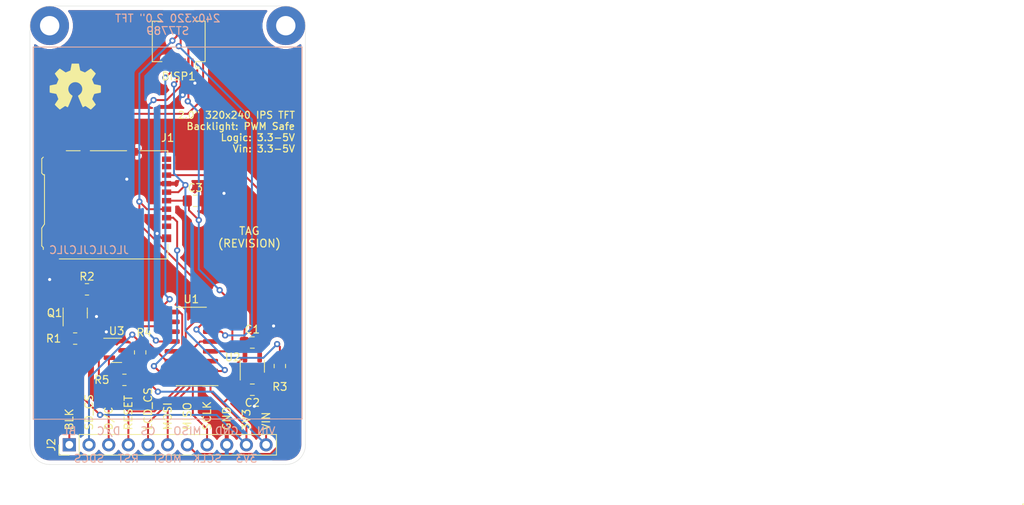
<source format=kicad_pcb>
(kicad_pcb (version 20211014) (generator pcbnew)
  (layers (0 "F.Cu" signal) (31 "B.Cu" signal) (34 "B.Paste" user) (35 "F.Paste" user) (36 "B.SilkS" user "B.Silkscreen") (37 "F.SilkS" user "F.Silkscreen") (38 "B.Mask" user) (39 "F.Mask" user) (44 "Edge.Cuts" user))
  (property "DATE" "YYYY-MM-DD HH:MM:SS")
  (property "REVISION" "REVISION")
  (property "TAG" "TAG")
  (net 0 "")
  (net 1 "Net-(DISP1-Pad2)")
  (net 2 "GND")
  (net 3 "MOSI_3V")
  (net 4 "+3V3")
  (net 5 "RESET_3V")
  (net 6 "SCLK_3V")
  (net 7 "DC_3V")
  (net 12 "Net-(Q1-Pad3)")
  (net 13 "BACKLIGHT")
  (net 14 "VCC")
  (net 15 "LCDCS_3V")
  (net 16 "MISO")
  (net 17 "SDCS_3V")
  (net 18 "SDCS")
  (net 19 "DC")
  (net 20 "RESET")
  (net 21 "LCDCS")
  (net 22 "MOSI")
  (net 23 "SCLK")
  (footprint "Connector_Molex:Molex_SlimStack_54722-0164_2x08_P0.50mm_Vertical" (layer "F.Cu") (at 19.2 4.572 180)
    (fp_text reference "DISP1" (at 0 -4.5) (layer "F.SilkS"))
    (fp_text value "STP240320_0200B")
    (pad "1" smd rect (at -1.75 -2.75 180) (size 0.3 1.1) (layers "F.Cu" "F.Paste" "F.Mask") (net 2 "GND"))
    (pad "2" smd rect (at -1.75 2.75 180) (size 0.3 1.1) (layers "F.Cu" "F.Paste" "F.Mask") (net 1 "Net-(DISP1-Pad2)"))
    (pad "3" smd rect (at -1.25 -2.75 180) (size 0.3 1.1) (layers "F.Cu" "F.Paste" "F.Mask") (net 4 "+3V3"))
    (pad "4" smd rect (at -1.25 2.75 180) (size 0.3 1.1) (layers "F.Cu" "F.Paste" "F.Mask") (net 4 "+3V3"))
    (pad "5" smd rect (at -0.75 -2.75 180) (size 0.3 1.1) (layers "F.Cu" "F.Paste" "F.Mask") (net 2 "GND"))
    (pad "6" smd rect (at -0.75 2.75 180) (size 0.3 1.1) (layers "F.Cu" "F.Paste" "F.Mask") (net 2 "GND"))
    (pad "7" smd rect (at -0.25 -2.75 180) (size 0.3 1.1) (layers "F.Cu" "F.Paste" "F.Mask") (net 7 "DC_3V"))
    (pad "8" smd rect (at -0.25 2.75 180) (size 0.3 1.1) (layers "F.Cu" "F.Paste" "F.Mask") (net 15 "LCDCS_3V"))
    (pad "9" smd rect (at 0.25 -2.75 180) (size 0.3 1.1) (layers "F.Cu" "F.Paste" "F.Mask") (net 6 "SCLK_3V"))
    (pad "10" smd rect (at 0.25 2.75 180) (size 0.3 1.1) (layers "F.Cu" "F.Paste" "F.Mask") (net 3 "MOSI_3V"))
    (pad "11" smd rect (at 0.75 -2.75 180) (size 0.3 1.1) (layers "F.Cu" "F.Paste" "F.Mask") (net 5 "RESET_3V"))
    (pad "12" smd rect (at 0.75 2.75 180) (size 0.3 1.1) (layers "F.Cu" "F.Paste" "F.Mask") (net 2 "GND"))
    (pad "13" smd rect (at 1.25 -2.75 180) (size 0.3 1.1) (layers "F.Cu" "F.Paste" "F.Mask"))
    (pad "14" smd rect (at 1.25 2.75 180) (size 0.3 1.1) (layers "F.Cu" "F.Paste" "F.Mask"))
    (pad "15" smd rect (at 1.75 -2.75 180) (size 0.3 1.1) (layers "F.Cu" "F.Paste" "F.Mask"))
    (pad "16" smd rect (at 1.75 2.75 180) (size 0.3 1.1) (layers "F.Cu" "F.Paste" "F.Mask"))
  )
  (footprint "Package_TO_SOT_SMD:SOT-23" (layer "F.Cu") (at 5.842 39.624 90)
    (fp_text reference "Q1" (at 0 -2.667 180) (layer "F.SilkS"))
    (fp_text value "BSS138")
    (pad "1" smd roundrect (at -0.9375 -0.95 90) (size 1.475 0.6) (layers "F.Cu" "F.Paste" "F.Mask") (net 13 "BACKLIGHT"))
    (pad "2" smd roundrect (at -0.9375 0.95 90) (size 1.475 0.6) (layers "F.Cu" "F.Paste" "F.Mask") (net 2 "GND"))
    (pad "3" smd roundrect (at 0.9375 0 90) (size 1.475 0.6) (layers "F.Cu" "F.Paste" "F.Mask") (net 12 "Net-(Q1-Pad3)"))
  )
  (footprint "Package_SO:SOIC-16_3.9x9.9mm_P1.27mm" (layer "F.Cu") (at 20.828 43.942 180)
    (fp_text reference "U1" (at 0 6.096) (layer "F.SilkS"))
    (fp_text value "74HC4050D")
    (pad "1" smd roundrect (at -2.475 -4.445 180) (size 1.95 0.6) (layers "F.Cu" "F.Paste" "F.Mask") (net 4 "+3V3"))
    (pad "2" smd roundrect (at -2.475 -3.175 180) (size 1.95 0.6) (layers "F.Cu" "F.Paste" "F.Mask") (net 6 "SCLK_3V"))
    (pad "3" smd roundrect (at -2.475 -1.905 180) (size 1.95 0.6) (layers "F.Cu" "F.Paste" "F.Mask") (net 23 "SCLK"))
    (pad "4" smd roundrect (at -2.475 -0.635 180) (size 1.95 0.6) (layers "F.Cu" "F.Paste" "F.Mask") (net 3 "MOSI_3V"))
    (pad "5" smd roundrect (at -2.475 0.635 180) (size 1.95 0.6) (layers "F.Cu" "F.Paste" "F.Mask") (net 22 "MOSI"))
    (pad "6" smd roundrect (at -2.475 1.905 180) (size 1.95 0.6) (layers "F.Cu" "F.Paste" "F.Mask") (net 15 "LCDCS_3V"))
    (pad "7" smd roundrect (at -2.475 3.175 180) (size 1.95 0.6) (layers "F.Cu" "F.Paste" "F.Mask") (net 21 "LCDCS"))
    (pad "8" smd roundrect (at -2.475 4.445 180) (size 1.95 0.6) (layers "F.Cu" "F.Paste" "F.Mask") (net 2 "GND"))
    (pad "9" smd roundrect (at 2.475 4.445 180) (size 1.95 0.6) (layers "F.Cu" "F.Paste" "F.Mask") (net 20 "RESET"))
    (pad "10" smd roundrect (at 2.475 3.175 180) (size 1.95 0.6) (layers "F.Cu" "F.Paste" "F.Mask") (net 5 "RESET_3V"))
    (pad "11" smd roundrect (at 2.475 1.905 180) (size 1.95 0.6) (layers "F.Cu" "F.Paste" "F.Mask") (net 19 "DC"))
    (pad "12" smd roundrect (at 2.475 0.635 180) (size 1.95 0.6) (layers "F.Cu" "F.Paste" "F.Mask") (net 7 "DC_3V"))
    (pad "13" smd roundrect (at 2.475 -0.635 180) (size 1.95 0.6) (layers "F.Cu" "F.Paste" "F.Mask"))
    (pad "14" smd roundrect (at 2.475 -1.905 180) (size 1.95 0.6) (layers "F.Cu" "F.Paste" "F.Mask") (net 18 "SDCS"))
    (pad "15" smd roundrect (at 2.475 -3.175 180) (size 1.95 0.6) (layers "F.Cu" "F.Paste" "F.Mask") (net 17 "SDCS_3V"))
    (pad "16" smd roundrect (at 2.475 -4.445 180) (size 1.95 0.6) (layers "F.Cu" "F.Paste" "F.Mask"))
  )
  (footprint "Capacitor_SMD:C_0805_2012Metric_Pad1.18x1.45mm_HandSolder" (layer "F.Cu") (at 28.702 43.434)
    (fp_text reference "C1" (at 0 -1.68) (layer "F.SilkS"))
    (fp_text value "10u")
    (pad "1" smd roundrect (at -1.0375 0) (size 1.175 1.45) (layers "F.Cu" "F.Paste" "F.Mask") (roundrect_rratio 0.212766) (net 4 "+3V3"))
    (pad "2" smd roundrect (at 1.0375 0) (size 1.175 1.45) (layers "F.Cu" "F.Paste" "F.Mask") (roundrect_rratio 0.212766) (net 2 "GND"))
  )
  (footprint "Capacitor_SMD:C_0805_2012Metric_Pad1.18x1.45mm_HandSolder" (layer "F.Cu") (at 28.702 49.53 180)
    (fp_text reference "C2" (at 0 -1.68 180) (layer "F.SilkS"))
    (fp_text value "10u")
    (pad "1" smd roundrect (at -1.0375 0 180) (size 1.175 1.45) (layers "F.Cu" "F.Paste" "F.Mask") (roundrect_rratio 0.212766) (net 14 "VCC"))
    (pad "2" smd roundrect (at 1.0375 0 180) (size 1.175 1.45) (layers "F.Cu" "F.Paste" "F.Mask") (roundrect_rratio 0.212766) (net 2 "GND"))
  )
  (footprint "Capacitor_SMD:C_0805_2012Metric_Pad1.18x1.45mm_HandSolder" (layer "F.Cu") (at 21.345 25.146)
    (fp_text reference "C3" (at 0 -1.68) (layer "F.SilkS"))
    (fp_text value "10u")
    (pad "1" smd roundrect (at -1.0375 0) (size 1.175 1.45) (layers "F.Cu" "F.Paste" "F.Mask") (roundrect_rratio 0.212766) (net 4 "+3V3"))
    (pad "2" smd roundrect (at 1.0375 0) (size 1.175 1.45) (layers "F.Cu" "F.Paste" "F.Mask") (roundrect_rratio 0.212766) (net 2 "GND"))
  )
  (footprint "Resistor_SMD:R_0805_2012Metric_Pad1.20x1.40mm_HandSolder" (layer "F.Cu") (at 7.357 36.576 180)
    (fp_text reference "R2" (at 0 1.651 180) (layer "F.SilkS"))
    (fp_text value "10R")
    (pad "1" smd roundrect (at -1 0 180) (size 1.2 1.4) (layers "F.Cu" "F.Paste" "F.Mask") (roundrect_rratio 0.208333) (net 1 "Net-(DISP1-Pad2)"))
    (pad "2" smd roundrect (at 1 0 180) (size 1.2 1.4) (layers "F.Cu" "F.Paste" "F.Mask") (roundrect_rratio 0.208333) (net 12 "Net-(Q1-Pad3)"))
  )
  (footprint "Resistor_SMD:R_0805_2012Metric_Pad1.20x1.40mm_HandSolder" (layer "F.Cu") (at 32.258 46.473 -90)
    (fp_text reference "R3" (at 2.676 0) (layer "F.SilkS"))
    (fp_text value "10k")
    (pad "1" smd roundrect (at -1 0 270) (size 1.2 1.4) (layers "F.Cu" "F.Paste" "F.Mask") (roundrect_rratio 0.208333) (net 21 "LCDCS"))
    (pad "2" smd roundrect (at 1 0 270) (size 1.2 1.4) (layers "F.Cu" "F.Paste" "F.Mask") (roundrect_rratio 0.208333) (net 14 "VCC"))
  )
  (footprint "Resistor_SMD:R_0805_2012Metric_Pad1.20x1.40mm_HandSolder" (layer "F.Cu") (at 12.192 48.26)
    (fp_text reference "R5" (at -2.921 0) (layer "F.SilkS"))
    (fp_text value "10k")
    (pad "1" smd roundrect (at -1 0) (size 1.2 1.4) (layers "F.Cu" "F.Paste" "F.Mask") (roundrect_rratio 0.208333) (net 20 "RESET"))
    (pad "2" smd roundrect (at 1 0) (size 1.2 1.4) (layers "F.Cu" "F.Paste" "F.Mask") (roundrect_rratio 0.208333) (net 14 "VCC"))
  )
  (footprint "Package_TO_SOT_SMD:SOT-23" (layer "F.Cu") (at 11.192 44.45)
    (fp_text reference "U3" (at 0 -2.5) (layer "F.SilkS"))
    (fp_text value "LM809M3X-2.93")
    (pad "1" smd roundrect (at -0.9375 -0.95) (size 1.475 0.6) (layers "F.Cu" "F.Paste" "F.Mask") (net 2 "GND"))
    (pad "2" smd roundrect (at -0.9375 0.95) (size 1.475 0.6) (layers "F.Cu" "F.Paste" "F.Mask") (net 20 "RESET"))
    (pad "3" smd roundrect (at 0.9375 0) (size 1.475 0.6) (layers "F.Cu" "F.Paste" "F.Mask") (net 14 "VCC"))
  )
  (footprint "MountingHole:MountingHole_2.5mm_Pad" (layer "F.Cu") (at 2.54 2.54)
    (fp_text reference "H1" hide)
    (fp_text value "MountingHole" hide)
    (pad "1" thru_hole circle (at 0 0) (size 5 5) (drill 2.5) (layers *.Cu *.Mask))
  )
  (footprint "MountingHole:MountingHole_2.5mm_Pad" (layer "F.Cu") (at 33.02 2.54)
    (fp_text reference "H2" hide)
    (fp_text value "MountingHole" hide)
    (pad "1" thru_hole circle (at 0 0) (size 5 5) (drill 2.5) (layers *.Cu *.Mask))
  )
  (footprint "Connector_PinHeader_2.54mm:PinHeader_1x11_P2.54mm_Vertical" (layer "F.Cu") (at 5.08 56.642 90)
    (fp_text reference "J2" (at 0 -2.33 90) (layer "F.SilkS"))
    (fp_text value "Conn_01x11")
    (pad "1" thru_hole rect (at 0 0 90) (size 1.7 1.7) (drill 1) (layers *.Cu *.Mask) (net 13 "BACKLIGHT"))
    (pad "2" thru_hole oval (at 0 2.54 90) (size 1.7 1.7) (drill 1) (layers *.Cu *.Mask) (net 18 "SDCS"))
    (pad "3" thru_hole oval (at 0 5.08 90) (size 1.7 1.7) (drill 1) (layers *.Cu *.Mask) (net 19 "DC"))
    (pad "4" thru_hole oval (at 0 7.62 90) (size 1.7 1.7) (drill 1) (layers *.Cu *.Mask) (net 20 "RESET"))
    (pad "5" thru_hole oval (at 0 10.16 90) (size 1.7 1.7) (drill 1) (layers *.Cu *.Mask) (net 21 "LCDCS"))
    (pad "6" thru_hole oval (at 0 12.7 90) (size 1.7 1.7) (drill 1) (layers *.Cu *.Mask) (net 22 "MOSI"))
    (pad "7" thru_hole oval (at 0 15.24 90) (size 1.7 1.7) (drill 1) (layers *.Cu *.Mask) (net 16 "MISO"))
    (pad "8" thru_hole oval (at 0 17.78 90) (size 1.7 1.7) (drill 1) (layers *.Cu *.Mask) (net 23 "SCLK"))
    (pad "9" thru_hole oval (at 0 20.32 90) (size 1.7 1.7) (drill 1) (layers *.Cu *.Mask) (net 2 "GND"))
    (pad "10" thru_hole oval (at 0 22.86 90) (size 1.7 1.7) (drill 1) (layers *.Cu *.Mask) (net 4 "+3V3"))
    (pad "11" thru_hole oval (at 0 25.4 90) (size 1.7 1.7) (drill 1) (layers *.Cu *.Mask) (net 14 "VCC"))
  )
  (footprint "Connector_Card:microSD_HC_Hirose_DM3AT-SF-PEJM5" (layer "F.Cu") (at 9.906 25.654 -90)
    (fp_text reference "J1" (at -8.636 -7.874 180) (layer "F.SilkS"))
    (fp_text value "Micro_SD_Card_Det_Hirose_DM3AT")
    (pad "1" smd rect (at 2.775 -7.725 270) (size 0.7 1.2) (layers "F.Cu" "F.Paste" "F.Mask"))
    (pad "2" smd rect (at 1.675 -7.725 270) (size 0.7 1.2) (layers "F.Cu" "F.Paste" "F.Mask") (net 17 "SDCS_3V"))
    (pad "3" smd rect (at 0.575 -7.725 270) (size 0.7 1.2) (layers "F.Cu" "F.Paste" "F.Mask") (net 3 "MOSI_3V"))
    (pad "4" smd rect (at -0.525 -7.725 270) (size 0.7 1.2) (layers "F.Cu" "F.Paste" "F.Mask") (net 4 "+3V3"))
    (pad "5" smd rect (at -1.625 -7.725 270) (size 0.7 1.2) (layers "F.Cu" "F.Paste" "F.Mask") (net 6 "SCLK_3V"))
    (pad "6" smd rect (at -2.725 -7.725 270) (size 0.7 1.2) (layers "F.Cu" "F.Paste" "F.Mask") (net 2 "GND"))
    (pad "7" smd rect (at -3.825 -7.725 270) (size 0.7 1.2) (layers "F.Cu" "F.Paste" "F.Mask") (net 16 "MISO"))
    (pad "8" smd rect (at -4.925 -7.725 270) (size 0.7 1.2) (layers "F.Cu" "F.Paste" "F.Mask"))
    (pad "9" smd rect (at -5.875 -7.725 270) (size 0.7 1.2) (layers "F.Cu" "F.Paste" "F.Mask"))
    (pad "10" smd rect (at -6.825 2.775 270) (size 1 0.8) (layers "F.Cu" "F.Paste" "F.Mask"))
    (pad "11" smd rect (at 6.675 7.375 270) (size 1.3 1.9) (layers "F.Cu" "F.Paste" "F.Mask") (net 2 "GND"))
    (pad "11" smd rect (at -6.825 6.925 270) (size 1 2.8) (layers "F.Cu" "F.Paste" "F.Mask") (net 2 "GND"))
    (pad "11" smd rect (at -6.825 -3.425 270) (size 1 1.2) (layers "F.Cu" "F.Paste" "F.Mask") (net 2 "GND"))
    (pad "11" smd rect (at 4.325 -7.725 270) (size 1 1.2) (layers "F.Cu" "F.Paste" "F.Mask") (net 2 "GND"))
    (zone (net 0) (net_name "") (layer "F.Cu") (connect_pads (clearance 0)) (min_thickness 0.254)
      (keepout (tracks not_allowed) (vias not_allowed) (pads not_allowed) (copperpour not_allowed) (footprints not_allowed))
      (fill (thermal_gap 0.508) (thermal_bridge_width 0.508))
      (polygon (pts (xy 13.931 19.179) (xy 13.931 18.429) (xy 17.181 18.429) (xy 17.181 19.179)))
    )
    (zone (net 0) (net_name "") (layer "F.Cu") (connect_pads (clearance 0)) (min_thickness 0.254)
      (keepout (tracks not_allowed) (vias not_allowed) (pads not_allowed) (copperpour not_allowed) (footprints not_allowed))
      (fill (thermal_gap 0.508) (thermal_bridge_width 0.508))
      (polygon (pts (xy 11.331 19.529) (xy 11.331 20.229) (xy 3.731 20.229) (xy 3.731 19.529)))
    )
    (zone (net 0) (net_name "") (layer "F.Cu") (connect_pads (clearance 0)) (min_thickness 0.254)
      (keepout (tracks not_allowed) (vias not_allowed) (pads not_allowed) (copperpour not_allowed) (footprints not_allowed))
      (fill (thermal_gap 0.508) (thermal_bridge_width 0.508))
      (polygon (pts (xy 2.931 28.579) (xy 2.931 31.129) (xy 1.581 31.129) (xy 1.581 28.579)))
    )
    (zone (net 0) (net_name "") (layer "F.Cu") (connect_pads (clearance 0)) (min_thickness 0.254)
      (keepout (tracks not_allowed) (vias not_allowed) (pads not_allowed) (copperpour not_allowed) (footprints not_allowed))
      (fill (thermal_gap 0.508) (thermal_bridge_width 0.508))
      (polygon (pts (xy 9.131 19.179) (xy 9.131 18.429) (xy 12.731 18.429) (xy 12.731 19.179)))
    )
    (zone (net 0) (net_name "") (layer "F.Cu") (connect_pads (clearance 0)) (min_thickness 0.254)
      (keepout (tracks not_allowed) (vias not_allowed) (pads not_allowed) (copperpour not_allowed) (footprints not_allowed))
      (fill (thermal_gap 0.508) (thermal_bridge_width 0.508))
      (polygon (pts (xy 11.031 28.929) (xy 11.031 20.229) (xy 12.631 20.229) (xy 12.631 28.929)))
    )
  )
  (footprint "Package_TO_SOT_SMD:SOT-23-5" (layer "F.Cu") (at 28.702 46.482 90)
    (fp_text reference "U2" (at 1.143 -2.54 180) (layer "F.SilkS"))
    (fp_text value "AP2112K-3.3")
    (pad "1" smd roundrect (at -1.1375 -0.95 90) (size 1.325 0.6) (layers "F.Cu" "F.Paste" "F.Mask") (net 14 "VCC"))
    (pad "2" smd roundrect (at -1.1375 0 90) (size 1.325 0.6) (layers "F.Cu" "F.Paste" "F.Mask") (net 2 "GND"))
    (pad "3" smd roundrect (at -1.1375 0.95 90) (size 1.325 0.6) (layers "F.Cu" "F.Paste" "F.Mask") (net 14 "VCC"))
    (pad "4" smd roundrect (at 1.1375 0.95 90) (size 1.325 0.6) (layers "F.Cu" "F.Paste" "F.Mask"))
    (pad "5" smd roundrect (at 1.1375 -0.95 90) (size 1.325 0.6) (layers "F.Cu" "F.Paste" "F.Mask") (net 4 "+3V3"))
  )
  (footprint "Resistor_SMD:R_0805_2012Metric_Pad1.20x1.40mm_HandSolder" (layer "F.Cu") (at 5.833 42.926)
    (fp_text reference "R1" (at -2.785 0) (layer "F.SilkS"))
    (fp_text value "10k")
    (pad "1" smd roundrect (at -1 0) (size 1.2 1.4) (layers "F.Cu" "F.Paste" "F.Mask") (roundrect_rratio 0.208333) (net 13 "BACKLIGHT"))
    (pad "2" smd roundrect (at 1 0) (size 1.2 1.4) (layers "F.Cu" "F.Paste" "F.Mask") (roundrect_rratio 0.208333) (net 4 "+3V3"))
  )
  (footprint "Resistor_SMD:R_0805_2012Metric_Pad1.20x1.40mm_HandSolder" (layer "F.Cu") (at 14.224 44.713 -90)
    (fp_text reference "R4" (at -2.549 -0.508) (layer "F.SilkS"))
    (fp_text value "10k")
    (pad "1" smd roundrect (at -1 0 270) (size 1.2 1.4) (layers "F.Cu" "F.Paste" "F.Mask") (roundrect_rratio 0.208333) (net 18 "SDCS"))
    (pad "2" smd roundrect (at 1 0 270) (size 1.2 1.4) (layers "F.Cu" "F.Paste" "F.Mask") (roundrect_rratio 0.208333) (net 14 "VCC"))
  )
  (footprint "Symbol:OSHW-Symbol_6.7x6mm_SilkScreen" (layer "F.Cu") (at 5.842 10.414)
    (fp_text reference "LOGO1" hide)
    (fp_text value "Logo_Open_Hardware_Small" hide)
  )
  (gr_line (start 0.42 53.34) (end 0.42 5.3) (layer "B.SilkS") (width 0.12))
  (gr_line (start 35.14 5.3) (end 35.14 53.3) (layer "B.SilkS") (width 0.12))
  (gr_line (start 35.14 53.3) (end 0.42 53.34) (layer "B.SilkS") (width 0.12))
  (gr_line (start 0.42 5.3) (end 35.14 5.3) (layer "B.SilkS") (width 0.12))
  (gr_circle (center 128.2065 64.3255) (end 128.2065 64.389) (layer "F.SilkS") (width 0.12) (fill none))
  (gr_circle (center 21.6916 7.9756) (end 21.844 7.9756) (layer "F.SilkS") (width 0.12) (fill none))
  (gr_line (start 0 56.642) (end 0 2.54) (layer "Edge.Cuts") (width 0.05))
  (gr_line (start 35.56 2.54) (end 35.56 56.642) (layer "Edge.Cuts") (width 0.05))
  (gr_line (start 2.54 0) (end 33.02 0) (layer "Edge.Cuts") (width 0.05))
  (gr_line (start 33.02 59.182) (end 2.54 59.182) (layer "Edge.Cuts") (width 0.05))
  (gr_arc (start 2.54 59.182) (mid 0.743949 58.438051) (end 0 56.642) (layer "Edge.Cuts") (width 0.05))
  (gr_arc (start 0 2.54) (mid 0.743949 0.743949) (end 2.54 0) (layer "Edge.Cuts") (width 0.05))
  (gr_arc (start 35.56 56.642) (mid 34.816051 58.438051) (end 33.02 59.182) (layer "Edge.Cuts") (width 0.05))
  (gr_arc (start 33.02 0) (mid 34.816051 0.743949) (end 35.56 2.54) (layer "Edge.Cuts") (width 0.05))
  (gr_text "BL" (at 5.08 54.864) (layer "B.SilkS") (effects (font (size 1 1)) (justify mirror)))
  (gr_text "MISO" (at 20.32 54.864) (layer "B.SilkS") (effects (font (size 1 1)) (justify mirror)))
  (gr_text "SCLK" (at 22.86 58.42) (layer "B.SilkS") (effects (font (size 1 1)) (justify mirror)))
  (gr_text "GND" (at 25.4 54.864) (layer "B.SilkS") (effects (font (size 1 1)) (justify mirror)))
  (gr_text "SDCS" (at 7.62 58.42) (layer "B.SilkS") (effects (font (size 1 1)) (justify mirror)))
  (gr_text "JLCJLCJLCJLC" (at 7.62 31.496) (layer "B.SilkS") (effects (font (size 1 1)) (justify mirror)))
  (gr_text "RST" (at 12.7 58.42) (layer "B.SilkS") (effects (font (size 1 1)) (justify mirror)))
  (gr_text "3V3" (at 27.94 58.42) (layer "B.SilkS") (effects (font (size 1 1)) (justify mirror)))
  (gr_text "MOSI" (at 17.78 58.42) (layer "B.SilkS") (effects (font (size 1 1)) (justify mirror)))
  (gr_text "VIN" (at 30.48 54.864) (layer "B.SilkS") (effects (font (size 1 1)) (justify mirror)))
  (gr_text "CS" (at 15.24 54.864) (layer "B.SilkS") (effects (font (size 1 1)) (justify mirror)))
  (gr_text "240x320 2.0\" TFT\nST7789\n" (at 17.78 2.4) (layer "B.SilkS") (effects (font (size 1 1)) (justify mirror)))
  (gr_text "D/C" (at 10.16 54.864) (layer "B.SilkS") (effects (font (size 1 1)) (justify mirror)))
  (gr_text "SD_CS" (at 7.62 54.864 90) (layer "F.SilkS") (effects (font (size 1 1)) (justify left)))
  (gr_text "D/C" (at 10.16 54.864 90) (layer "F.SilkS") (effects (font (size 1 1)) (justify left)))
  (gr_text "RESET" (at 12.7 54.864 90) (layer "F.SilkS") (effects (font (size 1 1)) (justify left)))
  (gr_text "LCD_CS" (at 15.24 54.864 90) (layer "F.SilkS") (effects (font (size 1 1)) (justify left)))
  (gr_text "MOSI" (at 17.78 54.864 90) (layer "F.SilkS") (effects (font (size 1 1)) (justify left)))
  (gr_text "MISO" (at 20.32 54.864 90) (layer "F.SilkS") (effects (font (size 1 1)) (justify left)))
  (gr_text "SCLK" (at 22.86 54.864 90) (layer "F.SilkS") (effects (font (size 1 1)) (justify left)))
  (gr_text "GND" (at 25.4 54.864 90) (layer "F.SilkS") (effects (font (size 1 1)) (justify left)))
  (gr_text "3V3" (at 27.94 54.864 90) (layer "F.SilkS") (effects (font (size 1 1)) (justify left)))
  (gr_text "VIN" (at 30.48 54.864 90) (layer "F.SilkS") (effects (font (size 1 1)) (justify left)))
  (gr_text "2.0\" 320x240 IPS TFT\nBacklight: PWM Safe\nLogic: 3.3-5V\nVin: 3.3-5V" (at 34.29 16.256) (layer "F.SilkS") (effects (font (size 0.9 0.9)) (justify right)))
  (gr_text "BLK" (at 5.08 54.864 90) (layer "F.SilkS") (effects (font (size 1 1)) (justify left)))
  (gr_text "${TAG}\n(${REVISION})" (at 28.321 29.845) (layer "F.SilkS") (effects (font (size 1 1))))
  (segment (start 20.95 4.0844) (end 20.95 1.822) (width 0.25) (layer "F.Cu") (net 1))
  (segment (start 13.100198 13.9192) (end 20.3708 13.9192) (width 0.25) (layer "F.Cu") (net 1))
  (segment (start 20.3708 13.9192) (end 22.352 11.938) (width 0.25) (layer "F.Cu") (net 1))
  (segment (start 8.382 36.576) (end 8.382 18.637398) (width 0.25) (layer "F.Cu") (net 1))
  (segment (start 8.382 18.637398) (end 13.100198 13.9192) (width 0.25) (layer "F.Cu") (net 1))
  (segment (start 22.352 5.4864) (end 20.95 4.0844) (width 0.25) (layer "F.Cu") (net 1))
  (segment (start 22.352 11.938) (end 22.352 5.4864) (width 0.25) (layer "F.Cu") (net 1))
  (segment (start 17.025 29.979) (end 16.4084 29.3624) (width 0.25) (layer "F.Cu") (net 2))
  (segment (start 10.192 43.5) (end 10.192 42.3992) (width 0.25) (layer "F.Cu") (net 2))
  (segment (start 24.0792 25.146) (end 25.0444 24.1808) (width 0.25) (layer "F.Cu") (net 2))
  (segment (start 10.192 42.3992) (end 9.8552 42.0624) (width 0.25) (layer "F.Cu") (net 2))
  (segment (start 8.0424 40.624) (end 8.5852 40.0812) (width 0.25) (layer "F.Cu") (net 2))
  (segment (start 28.702 47.582) (end 28.702 48.505) (width 0.25) (layer "F.Cu") (net 2))
  (segment (start 19.860001 0.946999) (end 18.539999 0.946999) (width 0.25) (layer "F.Cu") (net 2))
  (segment (start 27.677 50.3846) (end 28.956 51.6636) (width 0.25) (layer "F.Cu") (net 2))
  (segment (start 18.539999 0.946999) (end 18.45 1.036998) (width 0.25) (layer "F.Cu") (net 2))
  (segment (start 20.95 7.322) (end 20.95 9.6216) (width 0.25) (layer "F.Cu") (net 2))
  (segment (start 29.727 43.0186) (end 31.4452 41.3004) (width 0.25) (layer "F.Cu") (net 2))
  (segment (start 17.631 29.979) (end 17.025 29.979) (width 0.25) (layer "F.Cu") (net 2))
  (segment (start 17.631 22.929) (end 13.0738 22.929) (width 0.25) (layer "F.Cu") (net 2))
  (segment (start 19.95 1.036998) (end 19.860001 0.946999) (width 0.25) (layer "F.Cu") (net 2))
  (segment (start 18.45 1.036998) (end 18.45 1.822) (width 0.25) (layer "F.Cu") (net 2))
  (segment (start 2.531 35.297) (end 2.54 35.306) (width 0.25) (layer "F.Cu") (net 2))
  (segment (start 19.95 1.822) (end 19.95 1.036998) (width 0.25) (layer "F.Cu") (net 2))
  (segment (start 19.95 11.228661) (end 19.704052 11.474609) (width 0.25) (layer "F.Cu") (net 2))
  (segment (start 27.677 49.53) (end 27.677 50.3846) (width 0.25) (layer "F.Cu") (net 2))
  (segment (start 18.45 1.036998) (end 18.360001 0.946999) (width 0.25) (layer "F.Cu") (net 2))
  (segment (start 6.792 40.624) (end 8.0424 40.624) (width 0.25) (layer "F.Cu") (net 2))
  (segment (start 18.45 3.0892) (end 18.2372 3.302) (width 0.25) (layer "F.Cu") (net 2))
  (segment (start 20.95 9.6216) (end 21.2852 9.9568) (width 0.25) (layer "F.Cu") (net 2))
  (segment (start 22.37 25.146) (end 24.0792 25.146) (width 0.25) (layer "F.Cu") (net 2))
  (segment (start 29.727 43.434) (end 29.727 43.0186) (width 0.25) (layer "F.Cu") (net 2))
  (segment (start 18.45 1.822) (end 18.45 2.7844) (width 0.25) (layer "F.Cu") (net 2))
  (segment (start 18.45 2.7844) (end 18.45 3.0892) (width 0.25) (layer "F.Cu") (net 2))
  (segment (start 28.702 48.505) (end 27.677 49.53) (width 0.25) (layer "F.Cu") (net 2))
  (segment (start 19.95 7.322) (end 19.95 11.228661) (width 0.25) (layer "F.Cu") (net 2))
  (segment (start 18.45 2.7844) (end 17.9832 3.2512) (width 0.25) (layer "F.Cu") (net 2))
  (segment (start 18.360001 0.946999) (end 16.325001 0.946999) (width 0.25) (layer "F.Cu") (net 2))
  (segment (start 2.531 32.329) (end 2.531 35.297) (width 0.25) (layer "F.Cu") (net 2))
  (segment (start 19.860001 0.946999) (end 21.978199 0.946999) (width 0.25) (layer "F.Cu") (net 2))
  (segment (start 13.0738 22.929) (end 12.4968 22.352) (width 0.25) (layer "F.Cu") (net 2))
  (via (at 16.4084 29.3624) (size 0.8) (drill 0.4) (layers "F.Cu" "B.Cu") (net 2))
  (via (at 2.54 35.306) (size 0.8) (drill 0.4) (layers "F.Cu" "B.Cu") (net 2))
  (via (at 28.956 51.6636) (size 0.8) (drill 0.4) (layers "F.Cu" "B.Cu") (net 2))
  (via (at 25.0444 24.1808) (size 0.8) (drill 0.4) (layers "F.Cu" "B.Cu") (net 2))
  (via (at 31.4452 41.3004) (size 0.8) (drill 0.4) (layers "F.Cu" "B.Cu") (net 2))
  (via (at 19.704052 11.474609) (size 0.8) (drill 0.4) (layers "F.Cu" "B.Cu") (net 2))
  (via (at 21.2852 9.9568) (size 0.8) (drill 0.4) (layers "F.Cu" "B.Cu") (net 2))
  (via (at 12.4968 22.352) (size 0.8) (drill 0.4) (layers "F.Cu" "B.Cu") (net 2))
  (via (at 9.8552 42.0624) (size 0.8) (drill 0.4) (layers "F.Cu" "B.Cu") (net 2))
  (via (at 8.5852 40.0812) (size 0.8) (drill 0.4) (layers "F.Cu" "B.Cu") (net 2))
  (segment (start 15.1038 26.229) (end 17.631 26.229) (width 0.25) (layer "F.Cu") (net 3))
  (segment (start 14.1224 25.2476) (end 15.1038 26.229) (width 0.25) (layer "F.Cu") (net 3))
  (segment (start 26.125001 40.158003) (end 26.125001 43.978999) (width 0.25) (layer "F.Cu") (net 3))
  (segment (start 14.1224 25.2476) (end 14.1224 28.155402) (width 0.25) (layer "F.Cu") (net 3))
  (segment (start 25.527 44.577) (end 23.303 44.577) (width 0.25) (layer "F.Cu") (net 3))
  (segment (start 18.95 1.822) (end 18.95 3.91) (width 0.25) (layer "F.Cu") (net 3))
  (segment (start 26.125001 43.978999) (end 25.527 44.577) (width 0.25) (layer "F.Cu") (net 3))
  (segment (start 14.1224 28.155402) (end 26.125001 40.158003) (width 0.25) (layer "F.Cu") (net 3))
  (segment (start 18.95 3.91) (end 18.3896 4.4704) (width 0.25) (layer "F.Cu") (net 3))
  (via (at 14.1224 25.2476) (size 0.8) (drill 0.4) (layers "F.Cu" "B.Cu") (net 3))
  (via (at 18.3896 4.4704) (size 0.8) (drill 0.4) (layers "F.Cu" "B.Cu") (net 3))
  (segment (start 18.3896 4.4704) (end 14.1224 8.7376) (width 0.25) (layer "B.Cu") (net 3))
  (segment (start 14.1224 8.7376) (end 14.1224 25.2476) (width 0.25) (layer "B.Cu") (net 3))
  (segment (start 20.45 7.322) (end 20.45 12.2144) (width 0.25) (layer "F.Cu") (net 4))
  (segment (start 27.752 45.382) (end 27.752 43.509) (width 0.25) (layer "F.Cu") (net 4))
  (segment (start 20.303 25.129) (end 20.32 25.146) (width 0.25) (layer "F.Cu") (net 4))
  (segment (start 26.416 49.784) (end 24.892 51.308) (width 0.25) (layer "F.Cu") (net 4))
  (segment (start 20.45 1.822) (end 20.45 7.322) (width 0.25) (layer "F.Cu") (net 4))
  (segment (start 6.858 50.5968) (end 9.0424 52.7812) (width 0.25) (layer "F.Cu") (net 4))
  (segment (start 27.752 43.509) (end 27.677 43.434) (width 0.25) (layer "F.Cu") (net 4))
  (segment (start 24.892 51.308) (end 23.303 49.719) (width 0.25) (layer "F.Cu") (net 4))
  (segment (start 27.94 56.642) (end 27.94 54.356) (width 0.25) (layer "F.Cu") (net 4))
  (segment (start 27.686 41.4528) (end 27.686 39.878) (width 0.25) (layer "F.Cu") (net 4))
  (segment (start 20.45 12.2144) (end 20.3708 12.2936) (width 0.25) (layer "F.Cu") (net 4))
  (segment (start 27.686 39.878) (end 24.4856 36.6776) (width 0.25) (layer "F.Cu") (net 4))
  (segment (start 17.631 25.129) (end 20.303 25.129) (width 0.25) (layer "F.Cu") (net 4))
  (segment (start 26.416 46.482) (end 26.416 49.784) (width 0.25) (layer "F.Cu") (net 4))
  (segment (start 27.686 41.4528) (end 27.686 43.425) (width 0.25) (layer "F.Cu") (net 4))
  (segment (start 27.686 43.425) (end 27.677 43.434) (width 0.25) (layer "F.Cu") (net 4))
  (segment (start 20.5232 25.3492) (end 20.32 25.146) (width 0.25) (layer "F.Cu") (net 4))
  (segment (start 27.752 45.382) (end 27.516 45.382) (width 0.25) (layer "F.Cu") (net 4))
  (segment (start 20.5232 26.3652) (end 20.5232 25.3492) (width 0.25) (layer "F.Cu") (net 4))
  (segment (start 27.516 45.382) (end 26.416 46.482) (width 0.25) (layer "F.Cu") (net 4))
  (segment (start 6.858 42.926) (end 6.858 50.5968) (width 0.25) (layer "F.Cu") (net 4))
  (segment (start 21.7932 27.6352) (end 20.5232 26.3652) (width 0.25) (layer "F.Cu") (net 4))
  (segment (start 23.303 49.719) (end 23.303 48.387) (width 0.25) (layer "F.Cu") (net 4))
  (segment (start 27.94 54.356) (end 24.892 51.308) (width 0.25) (layer "F.Cu") (net 4))
  (via (at 24.4856 36.6776) (size 0.8) (drill 0.4) (layers "F.Cu" "B.Cu") (net 4))
  (via (at 21.7932 27.6352) (size 0.8) (drill 0.4) (layers "F.Cu" "B.Cu") (net 4))
  (via (at 9.0424 52.7812) (size 0.8) (drill 0.4) (layers "F.Cu" "B.Cu") (net 4))
  (via (at 20.3708 12.2936) (size 0.8) (drill 0.4) (layers "F.Cu" "B.Cu") (net 4))
  (segment (start 21.7932 13.716) (end 21.7932 27.6352) (width 0.25) (layer "B.Cu") (net 4))
  (segment (start 21.7932 33.9852) (end 21.7932 31.3436) (width 0.25) (layer "B.Cu") (net 4))
  (segment (start 20.3708 12.2936) (end 21.7932 13.716) (width 0.25) (layer "B.Cu") (net 4))
  (segment (start 24.0792 52.7812) (end 27.94 56.642) (width 0.25) (layer "B.Cu") (net 4))
  (segment (start 9.0424 52.7812) (end 24.0792 52.7812) (width 0.25) (layer "B.Cu") (net 4))
  (segment (start 21.7932 27.6352) (end 21.7932 31.3436) (width 0.25) (layer "B.Cu") (net 4))
  (segment (start 24.4856 36.6776) (end 21.7932 33.9852) (width 0.25) (layer "B.Cu") (net 4))
  (segment (start 17.05299 40.44199) (end 17.05299 38.82701) (width 0.25) (layer "F.Cu") (net 5))
  (segment (start 17.05299 38.82701) (end 18.034 37.846) (width 0.25) (layer "F.Cu") (net 5))
  (segment (start 17.378 40.767) (end 17.05299 40.44199) (width 0.25) (layer "F.Cu") (net 5))
  (segment (start 18.45 7.322) (end 18.45 8.2708) (width 0.25) (layer "F.Cu") (net 5))
  (segment (start 18.45 8.2708) (end 17.4752 9.2456) (width 0.25) (layer "F.Cu") (net 5))
  (segment (start 18.353 40.767) (end 17.378 40.767) (width 0.25) (layer "F.Cu") (net 5))
  (via (at 18.034 37.846) (size 0.8) (drill 0.4) (layers "F.Cu" "B.Cu") (net 5))
  (via (at 17.4752 9.2456) (size 0.8) (drill 0.4) (layers "F.Cu" "B.Cu") (net 5))
  (segment (start 17.4752 9.2456) (end 17.4752 37.2872) (width 0.25) (layer "B.Cu") (net 5))
  (segment (start 17.4752 37.2872) (end 18.034 37.846) (width 0.25) (layer "B.Cu") (net 5))
  (segment (start 23.303 47.117) (end 25.019 47.117) (width 0.25) (layer "F.Cu") (net 6))
  (segment (start 18.95 9.752) (end 18.5928 10.1092) (width 0.25) (layer "F.Cu") (net 6))
  (segment (start 17.631 24.029) (end 19.151 24.029) (width 0.25) (layer "F.Cu") (net 6))
  (segment (start 25.019 47.117) (end 25.146 46.99) (width 0.25) (layer "F.Cu") (net 6))
  (segment (start 18.95 7.322) (end 18.95 9.752) (width 0.25) (layer "F.Cu") (net 6))
  (segment (start 19.151 24.029) (end 20.066 23.114) (width 0.25) (layer "F.Cu") (net 6))
  (via (at 20.066 23.114) (size 0.8) (drill 0.4) (layers "F.Cu" "B.Cu") (net 6))
  (via (at 18.5928 10.1092) (size 0.8) (drill 0.4) (layers "F.Cu" "B.Cu") (net 6))
  (via (at 25.146 46.99) (size 0.8) (drill 0.4) (layers "F.Cu" "B.Cu") (net 6))
  (segment (start 20.066 41.91) (end 25.146 46.99) (width 0.25) (layer "B.Cu") (net 6))
  (segment (start 20.066 23.114) (end 20.066 41.91) (width 0.25) (layer "B.Cu") (net 6))
  (segment (start 20.066 23.114) (end 18.5928 21.6408) (width 0.25) (layer "B.Cu") (net 6))
  (segment (start 18.5928 21.6408) (end 18.5928 10.1092) (width 0.25) (layer "B.Cu") (net 6))
  (segment (start 19.45 10.325002) (end 17.633802 12.1412) (width 0.25) (layer "F.Cu") (net 7))
  (segment (start 19.45 7.322) (end 19.45 10.325002) (width 0.25) (layer "F.Cu") (net 7))
  (segment (start 17.633802 12.1412) (end 15.9512 12.1412) (width 0.25) (layer "F.Cu") (net 7))
  (segment (start 16.383 43.307) (end 16.256 43.18) (width 0.25) (layer "F.Cu") (net 7))
  (segment (start 18.353 43.307) (end 16.383 43.307) (width 0.25) (layer "F.Cu") (net 7))
  (via (at 15.9512 12.1412) (size 0.8) (drill 0.4) (layers "F.Cu" "B.Cu") (net 7))
  (via (at 16.256 43.18) (size 0.8) (drill 0.4) (layers "F.Cu" "B.Cu") (net 7))
  (segment (start 15.3416 42.2656) (end 16.256 43.18) (width 0.25) (layer "B.Cu") (net 7))
  (segment (start 15.3416 12.7508) (end 15.3416 42.2656) (width 0.25) (layer "B.Cu") (net 7))
  (segment (start 15.9512 12.1412) (end 15.3416 12.7508) (width 0.25) (layer "B.Cu") (net 7))
  (segment (start 5.842 38.624) (end 5.842 37.066) (width 0.25) (layer "F.Cu") (net 12))
  (segment (start 5.842 37.066) (end 6.332 36.576) (width 0.25) (layer "F.Cu") (net 12))
  (segment (start 5.08 54.102) (end 4.808 53.83) (width 0.25) (layer "F.Cu") (net 13))
  (segment (start 4.808 42.926) (end 4.808 40.708) (width 0.25) (layer "F.Cu") (net 13))
  (segment (start 4.808 40.708) (end 4.892 40.624) (width 0.25) (layer "F.Cu") (net 13))
  (segment (start 4.808 53.83) (end 4.808 42.926) (width 0.25) (layer "F.Cu") (net 13))
  (segment (start 5.08 56.642) (end 5.08 54.102) (width 0.25) (layer "F.Cu") (net 13))
  (segment (start 13.217 48.26) (end 14.986 48.26) (width 0.25) (layer "F.Cu") (net 14))
  (segment (start 29.464 46.482) (end 31.242 46.482) (width 0.25) (layer "F.Cu") (net 14))
  (segment (start 27.752 46.802) (end 28.072 46.482) (width 0.25) (layer "F.Cu") (net 14))
  (segment (start 12.192 44.704) (end 13.226 45.738) (width 0.25) (layer "F.Cu") (net 14))
  (segment (start 29.652 46.67) (end 29.652 47.582) (width 0.25) (layer "F.Cu") (net 14))
  (segment (start 14.986 48.26) (end 16.51 49.784) (width 0.25) (layer "F.Cu") (net 14))
  (segment (start 13.217 48.26) (end 13.217 47.743) (width 0.25) (layer "F.Cu") (net 14))
  (segment (start 30.48 50.283) (end 29.727 49.53) (width 0.25) (layer "F.Cu") (net 14))
  (segment (start 29.727 49.53) (end 29.727 47.657) (width 0.25) (layer "F.Cu") (net 14))
  (segment (start 13.217 47.743) (end 14.224 46.736) (width 0.25) (layer "F.Cu") (net 14))
  (segment (start 28.072 46.482) (end 29.464 46.482) (width 0.25) (layer "F.Cu") (net 14))
  (segment (start 29.464 46.482) (end 29.652 46.67) (width 0.25) (layer "F.Cu") (net 14))
  (segment (start 14.224 46.736) (end 14.224 45.738) (width 0.25) (layer "F.Cu") (net 14))
  (segment (start 29.727 47.657) (end 29.652 47.582) (width 0.25) (layer "F.Cu") (net 14))
  (segment (start 12.192 44.45) (end 12.192 44.704) (width 0.25) (layer "F.Cu") (net 14))
  (segment (start 31.242 46.482) (end 32.258 47.498) (width 0.25) (layer "F.Cu") (net 14))
  (segment (start 30.48 56.642) (end 30.48 50.283) (width 0.25) (layer "F.Cu") (net 14))
  (segment (start 27.752 47.582) (end 27.752 46.802) (width 0.25) (layer "F.Cu") (net 14))
  (segment (start 13.226 45.738) (end 14.224 45.738) (width 0.25) (layer "F.Cu") (net 14))
  (via (at 16.51 49.784) (size 0.8) (drill 0.4) (layers "F.Cu" "B.Cu") (net 14))
  (segment (start 16.51 49.784) (end 23.622 49.784) (width 0.25) (layer "B.Cu") (net 14))
  (segment (start 23.622 49.784) (end 30.48 56.642) (width 0.25) (layer "B.Cu") (net 14))
  (segment (start 19.45 1.822) (end 19.45 4.934) (width 0.25) (layer "F.Cu") (net 15))
  (segment (start 19.45 4.934) (end 19.2024 5.1816) (width 0.25) (layer "F.Cu") (net 15))
  (segment (start 24.7142 42.037) (end 25.1968 42.5196) (width 0.25) (layer "F.Cu") (net 15))
  (segment (start 23.303 42.037) (end 24.7142 42.037) (width 0.25) (layer "F.Cu") (net 15))
  (via (at 19.2024 5.1816) (size 0.8) (drill 0.4) (layers "F.Cu" "B.Cu") (net 15))
  (via (at 25.1968 42.5196) (size 0.8) (drill 0.4) (layers "F.Cu" "B.Cu") (net 15))
  (segment (start 25.1968 42.5196) (end 27.692202 42.5196) (width 0.25) (layer "B.Cu") (net 15))
  (segment (start 27.692202 42.5196) (end 28.6512 41.560602) (width 0.25) (layer "B.Cu") (net 15))
  (segment (start 28.6512 14.6304) (end 19.2024 5.1816) (width 0.25) (layer "B.Cu") (net 15))
  (segment (start 28.6512 41.560602) (end 28.6512 14.6304) (width 0.25) (layer "B.Cu") (net 15))
  (segment (start 31.044001 57.817001) (end 33.6296 55.231402) (width 0.25) (layer "F.Cu") (net 16))
  (segment (start 21.495001 57.817001) (end 31.044001 57.817001) (width 0.25) (layer "F.Cu") (net 16))
  (segment (start 27.671 21.829) (end 17.631 21.829) (width 0.25) (layer "F.Cu") (net 16))
  (segment (start 33.6296 27.7876) (end 33.528 27.686) (width 0.25) (layer "F.Cu") (net 16))
  (segment (start 33.6296 55.231402) (end 33.6296 27.7876) (width 0.25) (layer "F.Cu") (net 16))
  (segment (start 33.528 27.686) (end 27.671 21.829) (width 0.25) (layer "F.Cu") (net 16))
  (segment (start 20.32 56.642) (end 21.495001 57.817001) (width 0.25) (layer "F.Cu") (net 16))
  (segment (start 18.481 27.329) (end 18.9992 27.8472) (width 0.25) (layer "F.Cu") (net 17))
  (segment (start 17.631 27.329) (end 18.481 27.329) (width 0.25) (layer "F.Cu") (net 17))
  (segment (start 18.353 47.117) (end 16.637 47.117) (width 0.25) (layer "F.Cu") (net 17))
  (segment (start 16.637 47.117) (end 16.002 46.482) (width 0.25) (layer "F.Cu") (net 17))
  (segment (start 18.9992 27.8472) (end 18.9992 31.5468) (width 0.25) (layer "F.Cu") (net 17))
  (via (at 16.002 46.482) (size 0.8) (drill 0.4) (layers "F.Cu" "B.Cu") (net 17))
  (via (at 18.9992 31.5468) (size 0.8) (drill 0.4) (layers "F.Cu" "B.Cu") (net 17))
  (segment (start 18.9992 43.4848) (end 16.002 46.482) (width 0.25) (layer "B.Cu") (net 17))
  (segment (start 18.9992 31.5468) (end 18.9992 43.4848) (width 0.25) (layer "B.Cu") (net 17))
  (segment (start 14.224 43.688) (end 14.224 43.434) (width 0.25) (layer "F.Cu") (net 18))
  (segment (start 15.494 43.688) (end 17.653 45.847) (width 0.25) (layer "F.Cu") (net 18))
  (segment (start 14.224 43.434) (end 13.208 42.418) (width 0.25) (layer "F.Cu") (net 18))
  (segment (start 14.224 43.688) (end 15.494 43.688) (width 0.25) (layer "F.Cu") (net 18))
  (segment (start 17.653 45.847) (end 18.353 45.847) (width 0.25) (layer "F.Cu") (net 18))
  (via (at 13.208 42.418) (size 0.8) (drill 0.4) (layers "F.Cu" "B.Cu") (net 18))
  (segment (start 13.208 42.418) (end 7.62 48.006) (width 0.25) (layer "B.Cu") (net 18))
  (segment (start 7.62 48.006) (end 7.62 56.642) (width 0.25) (layer "B.Cu") (net 18))
  (segment (start 17.976232 42.037) (end 18.353 42.037) (width 0.25) (layer "F.Cu") (net 19))
  (segment (start 8.89 41.954598) (end 9.507199 41.337399) (width 0.25) (layer "F.Cu") (net 19))
  (segment (start 9.507199 41.337399) (end 17.276631 41.337399) (width 0.25) (layer "F.Cu") (net 19))
  (segment (start 10.16 51.562) (end 8.89 50.292) (width 0.25) (layer "F.Cu") (net 19))
  (segment (start 8.89 50.292) (end 8.89 41.954598) (width 0.25) (layer "F.Cu") (net 19))
  (segment (start 17.276631 41.337399) (end 17.976232 42.037) (width 0.25) (layer "F.Cu") (net 19))
  (segment (start 10.16 56.642) (end 10.16 51.562) (width 0.25) (layer "F.Cu") (net 19))
  (segment (start 10.192 47.285) (end 11.167 48.26) (width 0.25) (layer "F.Cu") (net 20))
  (segment (start 12.7 52.324) (end 11.167 50.791) (width 0.25) (layer "F.Cu") (net 20))
  (segment (start 19.65301 39.82201) (end 19.65301 48.733758) (width 0.25) (layer "F.Cu") (net 20))
  (segment (start 19.65301 48.733758) (end 16.062768 52.324) (width 0.25) (layer "F.Cu") (net 20))
  (segment (start 12.7 56.642) (end 12.7 52.324) (width 0.25) (layer "F.Cu") (net 20))
  (segment (start 18.353 39.497) (end 19.328 39.497) (width 0.25) (layer "F.Cu") (net 20))
  (segment (start 16.062768 52.324) (end 12.7 52.324) (width 0.25) (layer "F.Cu") (net 20))
  (segment (start 19.328 39.497) (end 19.65301 39.82201) (width 0.25) (layer "F.Cu") (net 20))
  (segment (start 11.167 50.791) (end 11.167 48.26) (width 0.25) (layer "F.Cu") (net 20))
  (segment (start 10.192 45.4) (end 10.192 47.285) (width 0.25) (layer "F.Cu") (net 20))
  (segment (start 19.304 49.719178) (end 20.10302 48.920158) (width 0.25) (layer "F.Cu") (net 21))
  (segment (start 20.10302 48.920158) (end 20.10302 41.87298) (width 0.25) (layer "F.Cu") (net 21))
  (segment (start 20.10302 41.87298) (end 21.209 40.767) (width 0.25) (layer "F.Cu") (net 21))
  (segment (start 32.258 45.448) (end 32.258 43.9928) (width 0.25) (layer "F.Cu") (net 21))
  (segment (start 23.303 40.767) (end 22.479 40.767) (width 0.25) (layer "F.Cu") (net 21))
  (segment (start 32.258 43.9928) (end 31.9024 43.6372) (width 0.25) (layer "F.Cu") (net 21))
  (segment (start 21.209 40.767) (end 23.303 40.767) (width 0.25) (layer "F.Cu") (net 21))
  (segment (start 22.479 40.767) (end 21.4884 41.7576) (width 0.25) (layer "F.Cu") (net 21))
  (segment (start 15.24 56.642) (end 15.24 53.848) (width 0.25) (layer "F.Cu") (net 21))
  (segment (start 19.304 49.784) (end 19.304 49.719178) (width 0.25) (layer "F.Cu") (net 21))
  (segment (start 15.24 53.848) (end 19.304 49.784) (width 0.25) (layer "F.Cu") (net 21))
  (via (at 21.4884 41.7576) (size 0.8) (drill 0.4) (layers "F.Cu" "B.Cu") (net 21))
  (via (at 31.9024 43.6372) (size 0.8) (drill 0.4) (layers "F.Cu" "B.Cu") (net 21))
  (segment (start 25.146 45.4152) (end 21.4884 41.7576) (width 0.25) (layer "B.Cu") (net 21))
  (segment (start 31.9024 43.6372) (end 30.1244 45.4152) (width 0.25) (layer "B.Cu") (net 21))
  (segment (start 30.1244 45.4152) (end 25.146 45.4152) (width 0.25) (layer "B.Cu") (net 21))
  (segment (start 20.574 49.276) (end 20.574 44.704) (width 0.25) (layer "F.Cu") (net 22))
  (segment (start 21.971 43.307) (end 23.303 43.307) (width 0.25) (layer "F.Cu") (net 22))
  (segment (start 20.574 44.704) (end 21.971 43.307) (width 0.25) (layer "F.Cu") (net 22))
  (segment (start 17.78 52.07) (end 20.574 49.276) (width 0.25) (layer "F.Cu") (net 22))
  (segment (start 17.78 56.642) (end 17.78 52.07) (width 0.25) (layer "F.Cu") (net 22))
  (segment (start 21.02401 47.15099) (end 22.328 45.847) (width 0.25) (layer "F.Cu") (net 23))
  (segment (start 22.86 54.61) (end 21.02401 52.77401) (width 0.25) (layer "F.Cu") (net 23))
  (segment (start 21.02401 52.77401) (end 21.02401 47.15099) (width 0.25) (layer "F.Cu") (net 23))
  (segment (start 22.328 45.847) (end 23.303 45.847) (width 0.25) (layer "F.Cu") (net 23))
  (segment (start 22.86 56.642) (end 22.86 54.61) (width 0.25) (layer "F.Cu") (net 23))
  (zone (net 2) (net_name "GND") (layer "F.Cu") (connect_pads (clearance 0.508)) (min_thickness 0.254) (fill yes (thermal_gap 0.508) (thermal_bridge_width 0.508))
    (polygon (pts (xy 35.814 59.436) (xy -0.254 59.436) (xy -0.254 -0.254) (xy 35.814 -0.254)))
  )
  (zone (net 2) (net_name "GND") (layer "B.Cu") (connect_pads (clearance 0.508)) (min_thickness 0.254) (fill yes (thermal_gap 0.508) (thermal_bridge_width 0.508))
    (polygon (pts (xy 35.814 59.436) (xy -0.254 59.436) (xy -0.254 -0.254) (xy 35.814 -0.254)))
  )
)
</source>
